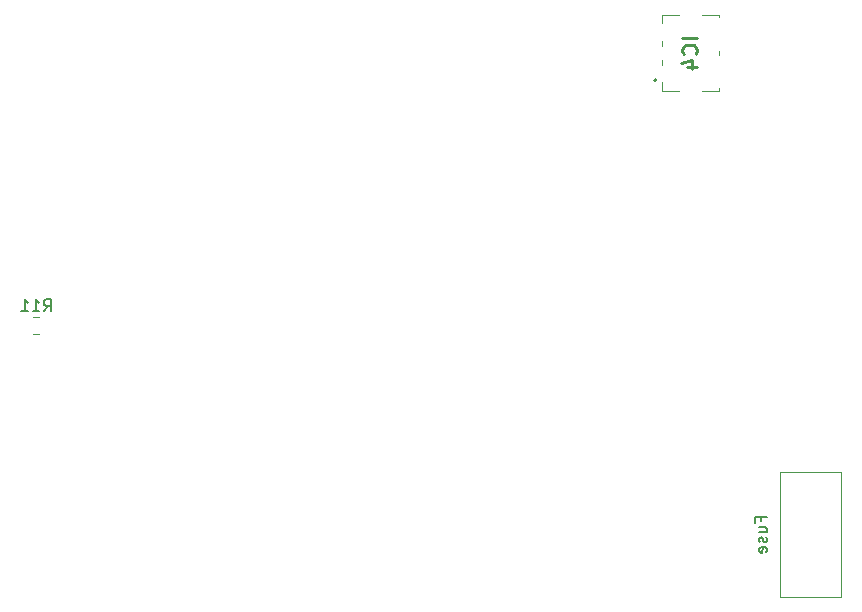
<source format=gbo>
G04 #@! TF.GenerationSoftware,KiCad,Pcbnew,5.1.4-3.fc30*
G04 #@! TF.CreationDate,2019-12-04T09:12:17+01:00*
G04 #@! TF.ProjectId,WattFred,57617474-4672-4656-942e-6b696361645f,rev?*
G04 #@! TF.SameCoordinates,Original*
G04 #@! TF.FileFunction,Legend,Bot*
G04 #@! TF.FilePolarity,Positive*
%FSLAX46Y46*%
G04 Gerber Fmt 4.6, Leading zero omitted, Abs format (unit mm)*
G04 Created by KiCad (PCBNEW 5.1.4-3.fc30) date 2019-12-04 09:12:17*
%MOMM*%
%LPD*%
G04 APERTURE LIST*
%ADD10C,0.120000*%
%ADD11C,0.200000*%
%ADD12C,0.100000*%
%ADD13C,0.150000*%
%ADD14C,0.254000*%
G04 APERTURE END LIST*
D10*
X157330000Y-101860000D02*
X152230000Y-101860000D01*
X157330000Y-112460000D02*
X157330000Y-101860000D01*
X152230000Y-112460000D02*
X157330000Y-112460000D01*
X152230000Y-101860000D02*
X152230000Y-112460000D01*
D11*
X141730000Y-68715000D02*
X141730000Y-68715000D01*
X141530000Y-68715000D02*
X141530000Y-68715000D01*
D12*
X147030000Y-69415000D02*
X147030000Y-69615000D01*
X147030000Y-69615000D02*
X145630000Y-69615000D01*
X142230000Y-68915000D02*
X142230000Y-69615000D01*
X142230000Y-69615000D02*
X143630000Y-69615000D01*
X142230000Y-63915000D02*
X142230000Y-63215000D01*
X142230000Y-63215000D02*
X143630000Y-63215000D01*
X145630000Y-63215000D02*
X147030000Y-63215000D01*
X147030000Y-63215000D02*
X147030000Y-63415000D01*
X142230000Y-67415000D02*
X142230000Y-67015000D01*
X142230000Y-65815000D02*
X142230000Y-65415000D01*
X147030000Y-66615000D02*
X147030000Y-66215000D01*
D11*
X141530000Y-68715000D02*
G75*
G03X141730000Y-68715000I100000J0D01*
G01*
X141730000Y-68715000D02*
G75*
G03X141530000Y-68715000I-100000J0D01*
G01*
D10*
X89491078Y-88780000D02*
X88973922Y-88780000D01*
X89491078Y-90200000D02*
X88973922Y-90200000D01*
D13*
X150568571Y-106057142D02*
X150568571Y-105723809D01*
X151092380Y-105723809D02*
X150092380Y-105723809D01*
X150092380Y-106200000D01*
X150425714Y-107009523D02*
X151092380Y-107009523D01*
X150425714Y-106580952D02*
X150949523Y-106580952D01*
X151044761Y-106628571D01*
X151092380Y-106723809D01*
X151092380Y-106866666D01*
X151044761Y-106961904D01*
X150997142Y-107009523D01*
X151044761Y-107438095D02*
X151092380Y-107533333D01*
X151092380Y-107723809D01*
X151044761Y-107819047D01*
X150949523Y-107866666D01*
X150901904Y-107866666D01*
X150806666Y-107819047D01*
X150759047Y-107723809D01*
X150759047Y-107580952D01*
X150711428Y-107485714D01*
X150616190Y-107438095D01*
X150568571Y-107438095D01*
X150473333Y-107485714D01*
X150425714Y-107580952D01*
X150425714Y-107723809D01*
X150473333Y-107819047D01*
X151044761Y-108676190D02*
X151092380Y-108580952D01*
X151092380Y-108390476D01*
X151044761Y-108295238D01*
X150949523Y-108247619D01*
X150568571Y-108247619D01*
X150473333Y-108295238D01*
X150425714Y-108390476D01*
X150425714Y-108580952D01*
X150473333Y-108676190D01*
X150568571Y-108723809D01*
X150663809Y-108723809D01*
X150759047Y-108247619D01*
D14*
X145179523Y-65175238D02*
X143909523Y-65175238D01*
X145058571Y-66505714D02*
X145119047Y-66445238D01*
X145179523Y-66263809D01*
X145179523Y-66142857D01*
X145119047Y-65961428D01*
X144998095Y-65840476D01*
X144877142Y-65780000D01*
X144635238Y-65719523D01*
X144453809Y-65719523D01*
X144211904Y-65780000D01*
X144090952Y-65840476D01*
X143970000Y-65961428D01*
X143909523Y-66142857D01*
X143909523Y-66263809D01*
X143970000Y-66445238D01*
X144030476Y-66505714D01*
X144332857Y-67594285D02*
X145179523Y-67594285D01*
X143849047Y-67291904D02*
X144756190Y-66989523D01*
X144756190Y-67775714D01*
D13*
X89875357Y-88292380D02*
X90208690Y-87816190D01*
X90446785Y-88292380D02*
X90446785Y-87292380D01*
X90065833Y-87292380D01*
X89970595Y-87340000D01*
X89922976Y-87387619D01*
X89875357Y-87482857D01*
X89875357Y-87625714D01*
X89922976Y-87720952D01*
X89970595Y-87768571D01*
X90065833Y-87816190D01*
X90446785Y-87816190D01*
X88922976Y-88292380D02*
X89494404Y-88292380D01*
X89208690Y-88292380D02*
X89208690Y-87292380D01*
X89303928Y-87435238D01*
X89399166Y-87530476D01*
X89494404Y-87578095D01*
X87970595Y-88292380D02*
X88542023Y-88292380D01*
X88256309Y-88292380D02*
X88256309Y-87292380D01*
X88351547Y-87435238D01*
X88446785Y-87530476D01*
X88542023Y-87578095D01*
M02*

</source>
